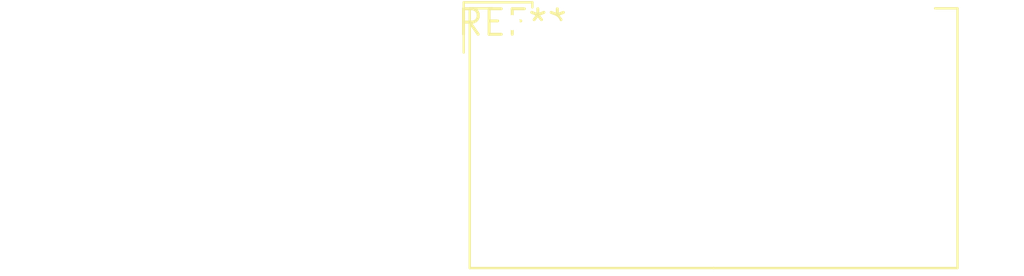
<source format=kicad_pcb>
(kicad_pcb (version 20240108) (generator pcbnew)
  (layers (0 "F.Cu" signal) (31 "B.Cu" signal) (34 "B.Paste" user) (35 "F.Paste" user) (36 "B.SilkS" user "B.Silkscreen") (37 "F.SilkS" user "F.Silkscreen") (38 "B.Mask" user) (39 "F.Mask" user) (44 "Edge.Cuts" user))
  (net 0 "")
  (footprint "JST_PUD_S22B-PUDSS-1_2x11_P2.00mm_Horizontal" (layer "F.Cu") (at 0 0)
    (property "Reference" "REF**")
    (property "Value" "JST_PUD_S22B-PUDSS-1_2x11_P2.00mm_Horizontal")
    (fp_line (start -2.41 -1.01) (end -2.41 1.49) (layer "F.SilkS") (stroke (width 0.12)))
    (fp_line (start -2.11 -0.71) (end -2.11 12.21) (layer "F.SilkS") (stroke (width 0.12)))
    (fp_line (start -2.11 12.21) (end 10 12.21) (layer "F.SilkS") (stroke (width 0.12)))
    (fp_line (start -1 -0.71) (end -2.11 -0.71) (layer "F.SilkS") (stroke (width 0.12)))
    (fp_line (start 1 -1.01) (end -2.41 -1.01) (layer "F.SilkS") (stroke (width 0.12)))
    (fp_line (start 1 -0.76) (end 1 -1.01) (layer "F.SilkS") (stroke (width 0.12)))
    (fp_line (start 21 -0.71) (end 22.11 -0.71) (layer "F.SilkS") (stroke (width 0.12)))
    (fp_line (start 22.11 -0.71) (end 22.11 12.21) (layer "F.SilkS") (stroke (width 0.12)))
    (fp_line (start 22.11 12.21) (end 10 12.21) (layer "F.SilkS") (stroke (width 0.12)))
    (pad "" np_thru_hole circle (at -0.9 9.7) (size 1.65 1.65) (drill 1.65) (layers *.Cu *.Mask))
    (pad "" np_thru_hole circle (at 20.9 9.7) (size 1.65 1.65) (drill 1.65) (layers *.Cu *.Mask))
    (pad "1" thru_hole roundrect (at 0 0) (size 1.2 1.2) (drill 0.75) (layers *.Cu *.Mask) (remove_unused_layers) (roundrect_rratio 0.208333))
    (pad "2" thru_hole circle (at 0 2) (size 1.2 1.2) (drill 0.75) (layers *.Cu *.Mask) (remove_unused_layers))
    (pad "3" thru_hole circle (at 2 0) (size 1.2 1.2) (drill 0.75) (layers *.Cu *.Mask) (remove_unused_layers))
    (pad "4" thru_hole circle (at 2 2) (size 1.2 1.2) (drill 0.75) (layers *.Cu *.Mask) (remove_unused_layers))
    (pad "5" thru_hole circle (at 4 0) (size 1.2 1.2) (drill 0.75) (layers *.Cu *.Mask) (remove_unused_layers))
    (pad "6" thru_hole circle (at 4 2) (size 1.2 1.2) (drill 0.75) (layers *.Cu *.Mask) (remove_unused_layers))
    (pad "7" thru_hole circle (at 6 0) (size 1.2 1.2) (drill 0.75) (layers *.Cu *.Mask) (remove_unused_layers))
    (pad "8" thru_hole circle (at 6 2) (size 1.2 1.2) (drill 0.75) (layers *.Cu *.Mask) (remove_unused_layers))
    (pad "9" thru_hole circle (at 8 0) (size 1.2 1.2) (drill 0.75) (layers *.Cu *.Mask) (remove_unused_layers))
    (pad "10" thru_hole circle (at 8 2) (size 1.2 1.2) (drill 0.75) (layers *.Cu *.Mask) (remove_unused_layers))
    (pad "11" thru_hole circle (at 10 0) (size 1.2 1.2) (drill 0.75) (layers *.Cu *.Mask) (remove_unused_layers))
    (pad "12" thru_hole circle (at 10 2) (size 1.2 1.2) (drill 0.75) (layers *.Cu *.Mask) (remove_unused_layers))
    (pad "13" thru_hole circle (at 12 0) (size 1.2 1.2) (drill 0.75) (layers *.Cu *.Mask) (remove_unused_layers))
    (pad "14" thru_hole circle (at 12 2) (size 1.2 1.2) (drill 0.75) (layers *.Cu *.Mask) (remove_unused_layers))
    (pad "15" thru_hole circle (at 14 0) (size 1.2 1.2) (drill 0.75) (layers *.Cu *.Mask) (remove_unused_layers))
    (pad "16" thru_hole circle (at 14 2) (size 1.2 1.2) (drill 0.75) (layers *.Cu *.Mask) (remove_unused_layers))
    (pad "17" thru_hole circle (at 16 0) (size 1.2 1.2) (drill 0.75) (layers *.Cu *.Mask) (remove_unused_layers))
    (pad "18" thru_hole circle (at 16 2) (size 1.2 1.2) (drill 0.75) (layers *.Cu *.Mask) (remove_unused_layers))
    (pad "19" thru_hole circle (at 18 0) (size 1.2 1.2) (drill 0.75) (layers *.Cu *.Mask) (remove_unused_layers))
    (pad "20" thru_hole circle (at 18 2) (size 1.2 1.2) (drill 0.75) (layers *.Cu *.Mask) (remove_unused_layers))
    (pad "21" thru_hole circle (at 20 0) (size 1.2 1.2) (drill 0.75) (layers *.Cu *.Mask) (remove_unused_layers))
    (pad "22" thru_hole circle (at 20 2) (size 1.2 1.2) (drill 0.75) (layers *.Cu *.Mask) (remove_unused_layers))
  )
)
</source>
